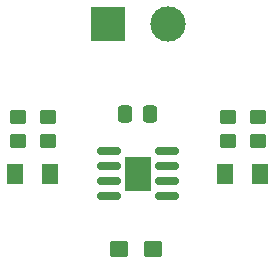
<source format=gbr>
%TF.GenerationSoftware,KiCad,Pcbnew,(6.0.10)*%
%TF.CreationDate,2023-02-16T14:14:42-08:00*%
%TF.ProjectId,Exercise 2,45786572-6369-4736-9520-322e6b696361,rev?*%
%TF.SameCoordinates,Original*%
%TF.FileFunction,Soldermask,Top*%
%TF.FilePolarity,Negative*%
%FSLAX46Y46*%
G04 Gerber Fmt 4.6, Leading zero omitted, Abs format (unit mm)*
G04 Created by KiCad (PCBNEW (6.0.10)) date 2023-02-16 14:14:42*
%MOMM*%
%LPD*%
G01*
G04 APERTURE LIST*
G04 Aperture macros list*
%AMRoundRect*
0 Rectangle with rounded corners*
0 $1 Rounding radius*
0 $2 $3 $4 $5 $6 $7 $8 $9 X,Y pos of 4 corners*
0 Add a 4 corners polygon primitive as box body*
4,1,4,$2,$3,$4,$5,$6,$7,$8,$9,$2,$3,0*
0 Add four circle primitives for the rounded corners*
1,1,$1+$1,$2,$3*
1,1,$1+$1,$4,$5*
1,1,$1+$1,$6,$7*
1,1,$1+$1,$8,$9*
0 Add four rect primitives between the rounded corners*
20,1,$1+$1,$2,$3,$4,$5,0*
20,1,$1+$1,$4,$5,$6,$7,0*
20,1,$1+$1,$6,$7,$8,$9,0*
20,1,$1+$1,$8,$9,$2,$3,0*%
G04 Aperture macros list end*
%ADD10RoundRect,0.250001X-0.462499X-0.624999X0.462499X-0.624999X0.462499X0.624999X-0.462499X0.624999X0*%
%ADD11RoundRect,0.250000X-0.450000X0.350000X-0.450000X-0.350000X0.450000X-0.350000X0.450000X0.350000X0*%
%ADD12RoundRect,0.250000X0.450000X-0.350000X0.450000X0.350000X-0.450000X0.350000X-0.450000X-0.350000X0*%
%ADD13RoundRect,0.250000X0.337500X0.475000X-0.337500X0.475000X-0.337500X-0.475000X0.337500X-0.475000X0*%
%ADD14RoundRect,0.250000X0.537500X0.425000X-0.537500X0.425000X-0.537500X-0.425000X0.537500X-0.425000X0*%
%ADD15RoundRect,0.150000X-0.825000X-0.150000X0.825000X-0.150000X0.825000X0.150000X-0.825000X0.150000X0*%
%ADD16R,2.290000X3.000000*%
%ADD17R,3.000000X3.000000*%
%ADD18C,3.000000*%
G04 APERTURE END LIST*
D10*
%TO.C,D2*%
X164882500Y-93980000D03*
X167857500Y-93980000D03*
%TD*%
D11*
%TO.C,R4*%
X167640000Y-89170000D03*
X167640000Y-91170000D03*
%TD*%
D12*
%TO.C,R3*%
X147320000Y-91170000D03*
X147320000Y-89170000D03*
%TD*%
%TO.C,R1*%
X149860000Y-91170000D03*
X149860000Y-89170000D03*
%TD*%
D13*
%TO.C,C2*%
X158517500Y-88900000D03*
X156442500Y-88900000D03*
%TD*%
D14*
%TO.C,C1*%
X158750000Y-100330000D03*
X155875000Y-100330000D03*
%TD*%
D15*
%TO.C,U1*%
X155035000Y-92075000D03*
X155035000Y-93345000D03*
X155035000Y-94615000D03*
X155035000Y-95885000D03*
X159985000Y-95885000D03*
X159985000Y-94615000D03*
X159985000Y-93345000D03*
X159985000Y-92075000D03*
D16*
X157510000Y-93980000D03*
%TD*%
D12*
%TO.C,R2*%
X165100000Y-91170000D03*
X165100000Y-89170000D03*
%TD*%
D17*
%TO.C,J1*%
X154940000Y-81280000D03*
D18*
X160020000Y-81280000D03*
%TD*%
D10*
%TO.C,D1*%
X147102500Y-93980000D03*
X150077500Y-93980000D03*
%TD*%
M02*

</source>
